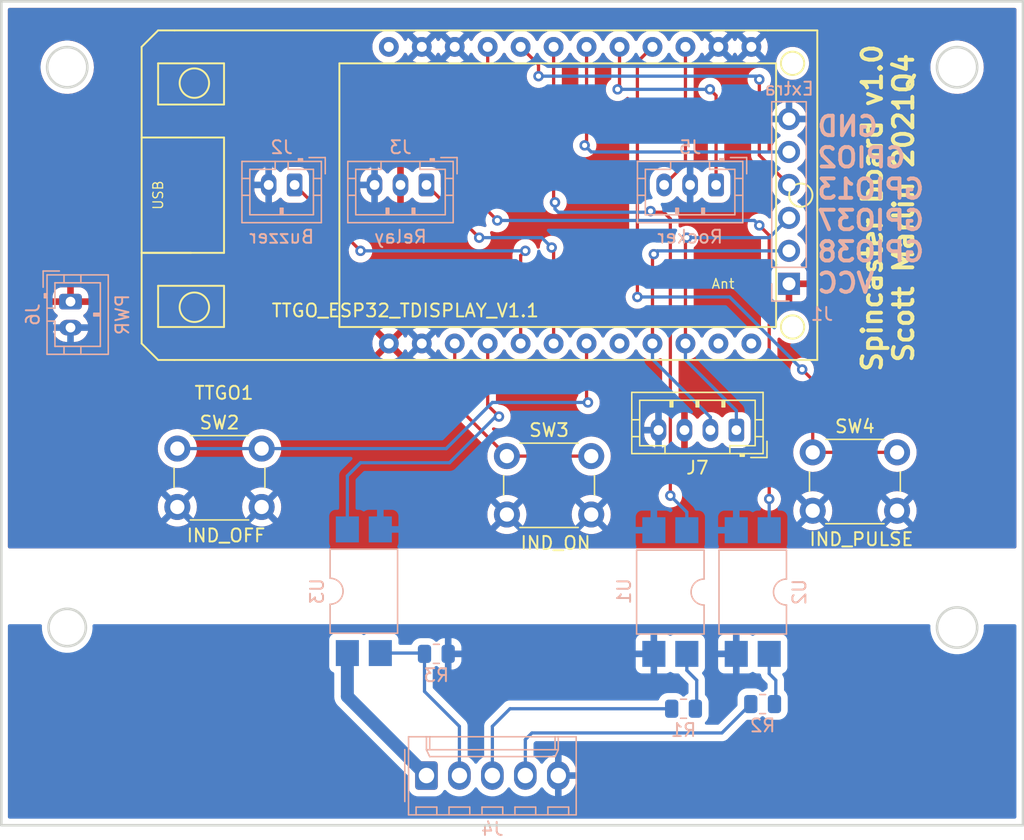
<source format=kicad_pcb>
(kicad_pcb (version 20211014) (generator pcbnew)
  (layers (0 "F.Cu" signal) (31 "B.Cu" signal) (34 "B.Paste" user) (35 "F.Paste" user) (36 "B.SilkS" user "B.Silkscreen") (37 "F.SilkS" user "F.Silkscreen") (38 "B.Mask" user) (39 "F.Mask" user) (44 "Edge.Cuts" user))
  (net 0 "")
  (net 1 "/GPIO38")
  (net 2 "/GPIO37")
  (net 3 "/GPIO13")
  (net 4 "/GPIO2")
  (net 5 "GND")
  (net 6 "/BUZZER")
  (net 7 "/RELAY")
  (net 8 "/SW_LID")
  (net 9 "/SW_SPIN")
  (net 10 "/SW_ARM")
  (net 11 "/SW_NUDGE")
  (net 12 "/IND_OFF")
  (net 13 "/IND_ON")
  (net 14 "/IND_PULSE")
  (net 19 "VDD")
  (net 20 "GNDD")
  (net 21 "+BATT")
  (net 22 "/DRL_FET")
  (net 23 "/DRL_LID")
  (net 24 "/DRL_SPIN")
  (net 25 "Net-(R1-Pad2)")
  (net 26 "Net-(R2-Pad2)")
  (net 27 "/FET_OUT")
  (net 28 "/O2_RX")
  (net 29 "/O2_TX")
  (footprint "TTGO:TTGO_ESP32_TDisplay_v1.1" (layer "F.Cu") (at 114.956 103.842)
    (fp_text reference "TTGO1" (at 3.81 2.54) (layer "F.SilkS"))
    (fp_text value "TTGO_ESP32_TDISPLAY_V1.1" (at 17.78 -3.81) (layer "F.SilkS"))
    (fp_text user "USB" (at -1.27 -12.7 90) (layer "F.SilkS") (effects (font (size 0.75 0.75) (thickness 0.1))))
    (fp_text user "Ant" (at 42.27 -5.87) (layer "F.SilkS") (effects (font (size 0.75 0.75) (thickness 0.1))))
    (fp_line (start 46.355 -22.86) (end 46.355 -2.54) (layer "F.SilkS") (width 0.15))
    (fp_line (start 3.81 -19.685) (end -1.27 -19.685) (layer "F.SilkS") (width 0.15))
    (fp_line (start 49.53 -25.4) (end 45.72 -25.4) (layer "F.SilkS") (width 0.15))
    (fp_line (start -1.27 -5.715) (end 3.81 -5.715) (layer "F.SilkS") (width 0.15))
    (fp_line (start 49.53 0) (end 44.45 0) (layer "F.SilkS") (width 0.15))
    (fp_line (start 44.45 0) (end 0 0) (layer "F.SilkS") (width 0.15))
    (fp_line (start -1.27 -2.54) (end -1.27 -5.715) (layer "F.SilkS") (width 0.15))
    (fp_line (start -1.27 -22.86) (end 3.81 -22.86) (layer "F.SilkS") (width 0.15))
    (fp_line (start -1.27 0) (end -2.54 -1.27) (layer "F.SilkS") (width 0.15))
    (fp_line (start 46.355 -2.54) (end 12.7 -2.54) (layer "F.SilkS") (width 0.15))
    (fp_line (start -1.27 -25.4) (end 0 -25.4) (layer "F.SilkS") (width 0.15))
    (fp_line (start 0 0) (end -1.27 0) (layer "F.SilkS") (width 0.15))
    (fp_line (start 3.81 -8.255) (end -2.54 -8.255) (layer "F.SilkS") (width 0.15))
    (fp_line (start 3.81 -17.145) (end 3.81 -8.255) (layer "F.SilkS") (width 0.15))
    (fp_line (start 12.7 -22.86) (end 46.355 -22.86) (layer "F.SilkS") (width 0.15))
    (fp_line (start 45.72 -25.4) (end 0 -25.4) (layer "F.SilkS") (width 0.15))
    (fp_line (start 12.7 -2.54) (end 12.7 -22.86) (layer "F.SilkS") (width 0.15))
    (fp_line (start 49.53 -25.4) (end 49.53 0) (layer "F.SilkS") (width 0.15))
    (fp_line (start -2.54 -8.255) (end 1.27 -8.255) (layer "F.SilkS") (width 0.15))
    (fp_line (start -2.54 -1.27) (end -2.54 -24.13) (layer "F.SilkS") (width 0.15))
    (fp_line (start -1.27 -19.685) (end -1.27 -22.86) (layer "F.SilkS") (width 0.15))
    (fp_line (start 3.81 -5.715) (end 3.81 -2.54) (layer "F.SilkS") (width 0.15))
    (fp_line (start 1.27 -17.145) (end 3.81 -17.145) (layer "F.SilkS") (width 0.15))
    (fp_line (start 3.81 -22.86) (end 3.81 -19.685) (layer "F.SilkS") (width 0.15))
    (fp_line (start 1.27 -17.145) (end -2.54 -17.145) (layer "F.SilkS") (width 0.15))
    (fp_line (start -2.54 -24.13) (end -1.27 -25.4) (layer "F.SilkS") (width 0.15))
    (fp_line (start 3.81 -2.54) (end -1.27 -2.54) (layer "F.SilkS") (width 0.15))
    (fp_circle (center 47.625 -2.54) (end 48.26 -3.175) (layer "F.SilkS") (width 0.15) (fill none))
    (fp_circle (center 1.524 -21.336) (end 2.54 -21.844) (layer "F.SilkS") (width 0.15) (fill none))
    (fp_circle (center 48.26 -12.7) (end 48.895 -13.335) (layer "F.SilkS") (width 0.15) (fill none))
    (fp_circle (center 1.524 -4.064) (end 2.54 -4.572) (layer "F.SilkS") (width 0.15) (fill none))
    (fp_circle (center 47.625 -22.86) (end 48.26 -23.495) (layer "F.SilkS") (width 0.15) (fill none))
    (pad "" np_thru_hole circle locked (at 47.625 -22.86) (size 1.524 1.524) (drill 1.524) (layers *.Cu *.Mask))
    (pad "" np_thru_hole circle locked (at 47.625 -2.54) (size 1.524 1.524) (drill 1.524) (layers *.Cu *.Mask))
    (pad "1" thru_hole circle locked (at 16.51 -1.27) (size 1.524 1.524) (drill 0.762) (layers *.Cu *.Mask) (net 19 "VDD"))
    (pad "2" thru_hole circle locked (at 19.05 -1.27) (size 1.524 1.524) (drill 0.762) (layers *.Cu *.Mask) (net 20 "GNDD"))
    (pad "3" thru_hole circle locked (at 21.59 -1.27) (size 1.524 1.524) (drill 0.762) (layers *.Cu *.Mask) (net 13 "/IND_ON"))
    (pad "4" thru_hole circle locked (at 24.13 -1.27) (size 1.524 1.524) (drill 0.762) (layers *.Cu *.Mask) (net 27 "/FET_OUT"))
    (pad "5" thru_hole circle locked (at 26.67 -1.27) (size 1.524 1.524) (drill 0.762) (layers *.Cu *.Mask) (net 6 "/BUZZER"))
    (pad "6" thru_hole circle locked (at 29.21 -1.27) (size 1.524 1.524) (drill 0.762) (layers *.Cu *.Mask) (net 7 "/RELAY"))
    (pad "7" thru_hole circle locked (at 31.75 -1.27) (size 1.524 1.524) (drill 0.762) (layers *.Cu *.Mask) (net 12 "/IND_OFF"))
    (pad "8" thru_hole circle locked (at 34.29 -1.27) (size 1.524 1.524) (drill 0.762) (layers *.Cu *.Mask))
    (pad "9" thru_hole circle locked (at 36.83 -1.27) (size 1.524 1.524) (drill 0.762) (layers *.Cu *.Mask) (net 29 "/O2_TX"))
    (pad "10" thru_hole circle locked (at 39.37 -1.27) (size 1.524 1.524) (drill 0.762) (layers *.Cu *.Mask) (net 28 "/O2_RX"))
    (pad "11" thru_hole circle locked (at 41.91 -1.27) (size 1.524 1.524) (drill 0.762) (layers *.Cu *.Mask))
    (pad "12" thru_hole circle locked (at 44.45 -1.27) (size 1.524 1.524) (drill 0.762) (layers *.Cu *.Mask))
    (pad "13" thru_hole circle locked (at 44.45 -24.13) (size 1.524 1.524) (drill 0.762) (layers *.Cu *.Mask) (net 20 "GNDD"))
    (pad "14" thru_hole circle locked (at 41.91 -24.13) (size 1.524 1.524) (drill 0.762) (layers *.Cu *.Mask) (net 20 "GNDD"))
    (pad "15" thru_hole circle locked (at 39.37 -24.13) (size 1.524 1.524) (drill 0.762) (layers *.Cu *.Mask) (net 11 "/SW_NUDGE"))
    (pad "16" thru_hole circle locked (at 36.83 -24.13) (size 1.524 1.524) (drill 0.762) (layers *.Cu *.Mask) (net 14 "/IND_PULSE"))
    (pad "17" thru_hole circle locked (at 34.29 -24.13) (size 1.524 1.524) (drill 0.762) (layers *.Cu *.Mask) (net 10 "/SW_ARM"))
    (pad "18" thru_hole circle locked (at 31.75 -24.13) (size 1.524 1.524) (drill 0.762) (layers *.Cu *.Mask) (net 4 "/GPIO2"))
    (pad "19" thru_hole circle locked (at 29.21 -24.13) (size 1.524 1.524) (drill 0.762) (layers *.Cu *.Mask) (net 8 "/SW_LID"))
    (pad "20" thru_hole circle locked (at 26.67 -24.13) (size 1.524 1.524) (drill 0.762) (layers *.Cu *.Mask) (net 3 "/GPIO13"))
    (pad "21" thru_hole circle locked (at 24.13 -24.13) (size 1.524 1.524) (drill 0.762) (layers *.Cu *.Mask) (net 9 "/SW_SPIN"))
    (pad "22" thru_hole circle locked (at 21.59 -24.13) (size 1.524 1.524) (drill 0.762) (layers *.Cu *.Mask) (net 20 "GNDD"))
    (pad "23" thru_hole circle locked (at 19.05 -24.13) (size 1.524 1.524) (drill 0.762) (layers *.Cu *.Mask) (net 20 "GNDD"))
    (pad "24" thru_hole circle locked (at 16.51 -24.13) (size 1.524 1.524) (drill 0.762) (layers *.Cu *.Mask))
  )
  (footprint "Connector_JST:JST_PH_B4B-PH-K_1x04_P2.00mm_Vertical" (layer "F.Cu") (at 158.25 109.25 180)
    (fp_text reference "J7" (at 3 -2.9) (layer "F.SilkS"))
    (fp_text value "Conn_01x04_Female")
    (fp_line (start 8.06 -1.81) (end -2.06 -1.81) (layer "F.SilkS") (width 0.12))
    (fp_line (start 0.5 -1.2) (end -1.45 -1.2) (layer "F.SilkS") (width 0.12))
    (fp_line (start 1.1 1.8) (end 1.1 2.3) (layer "F.SilkS") (width 0.12))
    (fp_line (start 8.06 0.8) (end 7.45 0.8) (layer "F.SilkS") (width 0.12))
    (fp_line (start 3.1 1.8) (end 3.1 2.3) (layer "F.SilkS") (width 0.12))
    (fp_line (start 4.9 1.8) (end 5.1 1.8) (layer "F.SilkS") (width 0.12))
    (fp_line (start 8.06 2.91) (end 8.06 -1.81) (layer "F.SilkS") (width 0.12))
    (fp_line (start -0.3 -2.01) (end -0.6 -2.01) (layer "F.SilkS") (width 0.12))
    (fp_line (start 7.45 -1.2) (end 5.5 -1.2) (layer "F.SilkS") (width 0.12))
    (fp_line (start -2.06 2.91) (end 8.06 2.91) (layer "F.SilkS") (width 0.12))
    (fp_line (start -2.36 -2.11) (end -2.36 -0.86) (layer "F.SilkS") (width 0.12))
    (fp_line (start 5 2.3) (end 5 1.8) (layer "F.SilkS") (width 0.12))
    (fp_line (start 1 2.3) (end 1 1.8) (layer "F.SilkS") (width 0.12))
    (fp_line (start -2.06 -1.81) (end -2.06 2.91) (layer "F.SilkS") (width 0.12))
    (fp_line (start 0.5 -1.81) (end 0.5 -1.2) (layer "F.SilkS") (width 0.12))
    (fp_line (start -2.06 0.8) (end -1.45 0.8) (layer "F.SilkS") (width 0.12))
    (fp_line (start 8.06 -0.5) (end 7.45 -0.5) (layer "F.SilkS") (width 0.12))
    (fp_line (start 2.9 1.8) (end 3.1 1.8) (layer "F.SilkS") (width 0.12))
    (fp_line (start -0.3 -1.91) (end -0.6 -1.91) (layer "F.SilkS") (width 0.12))
    (fp_line (start 4.9 2.3) (end 4.9 1.8) (layer "F.SilkS") (width 0.12))
    (fp_line (start 0.9 1.8) (end 1.1 1.8) (layer "F.SilkS") (width 0.12))
    (fp_line (start 0.9 2.3) (end 0.9 1.8) (layer "F.SilkS") (width 0.12))
    (fp_line (start 3 2.3) (end 3 1.8) (layer "F.SilkS") (width 0.12))
    (fp_line (start -0.3 -1.81) (end -0.3 -2.01) (layer "F.SilkS") (width 0.12))
    (fp_line (start 2.9 2.3) (end 2.9 1.8) (layer "F.SilkS") (width 0.12))
    (fp_line (start -2.06 -0.5) (end -1.45 -0.5) (layer "F.SilkS") (width 0.12))
    (fp_line (start -0.6 -2.01) (end -0.6 -1.81) (layer "F.SilkS") (width 0.12))
    (fp_line (start 7.45 2.3) (end 7.45 -1.2) (layer "F.SilkS") (width 0.12))
    (fp_line (start -1.45 -1.2) (end -1.45 2.3) (layer "F.SilkS") (width 0.12))
    (fp_line (start 5.1 1.8) (end 5.1 2.3) (layer "F.SilkS") (width 0.12))
    (fp_line (start -1.11 -2.11) (end -2.36 -2.11) (layer "F.SilkS") (width 0.12))
    (fp_line (start -1.45 2.3) (end 7.45 2.3) (layer "F.SilkS") (width 0.12))
    (fp_line (start 5.5 -1.2) (end 5.5 -1.81) (layer "F.SilkS") (width 0.12))
    (pad "1" thru_hole roundrect (at 0 0 180) (size 1.2 1.75) (drill 0.75) (layers *.Cu *.Mask) (roundrect_rratio 0.208333) (net 28 "/O2_RX"))
    (pad "2" thru_hole oval (at 2 0 180) (size 1.2 1.75) (drill 0.75) (layers *.Cu *.Mask) (net 29 "/O2_TX"))
    (pad "3" thru_hole oval (at 4 0 180) (size 1.2 1.75) (drill 0.75) (layers *.Cu *.Mask) (net 19 "VDD"))
    (pad "4" thru_hole oval (at 6 0 180) (size 1.2 1.75) (drill 0.75) (layers *.Cu *.Mask) (net 20 "GNDD"))
  )
  (footprint "Button_Switch_THT:SW_PUSH_6mm_H5mm" (layer "F.Cu") (at 115.166 110.672)
    (fp_text reference "SW2" (at 3.25 -2) (layer "F.SilkS"))
    (fp_text value "IND_OFF" (at 3.75 6.7) (layer "F.SilkS"))
    (fp_line (start 5.5 -1) (end 1 -1) (layer "F.SilkS") (width 0.12))
    (fp_line (start 6.75 3) (end 6.75 1.5) (layer "F.SilkS") (width 0.12))
    (fp_line (start -0.25 1.5) (end -0.25 3) (layer "F.SilkS") (width 0.12))
    (fp_line (start 1 5.5) (end 5.5 5.5) (layer "F.SilkS") (width 0.12))
    (pad "1" thru_hole circle locked (at 6.5 0 90) (size 2 2) (drill 1.1) (layers *.Cu *.Mask) (net 12 "/IND_OFF"))
    (pad "1" thru_hole circle locked (at 0 0 90) (size 2 2) (drill 1.1) (layers *.Cu *.Mask) (net 12 "/IND_OFF"))
    (pad "2" thru_hole circle locked (at 6.5 4.5 90) (size 2 2) (drill 1.1) (layers *.Cu *.Mask) (net 20 "GNDD"))
    (pad "2" thru_hole circle locked (at 0 4.5 90) (size 2 2) (drill 1.1) (layers *.Cu *.Mask) (net 20 "GNDD"))
  )
  (footprint "Button_Switch_THT:SW_PUSH_6mm_H5mm" (layer "F.Cu") (at 140.566 111.252)
    (fp_text reference "SW3" (at 3.25 -2) (layer "F.SilkS"))
    (fp_text value "IND_ON" (at 3.75 6.7) (layer "F.SilkS"))
    (fp_line (start 1 5.5) (end 5.5 5.5) (layer "F.SilkS") (width 0.12))
    (fp_line (start 5.5 -1) (end 1 -1) (layer "F.SilkS") (width 0.12))
    (fp_line (start -0.25 1.5) (end -0.25 3) (layer "F.SilkS") (width 0.12))
    (fp_line (start 6.75 3) (end 6.75 1.5) (layer "F.SilkS") (width 0.12))
    (pad "1" thru_hole circle locked (at 6.5 0 90) (size 2 2) (drill 1.1) (layers *.Cu *.Mask) (net 13 "/IND_ON"))
    (pad "1" thru_hole circle locked (at 0 0 90) (size 2 2) (drill 1.1) (layers *.Cu *.Mask) (net 13 "/IND_ON"))
    (pad "2" thru_hole circle locked (at 6.5 4.5 90) (size 2 2) (drill 1.1) (layers *.Cu *.Mask) (net 20 "GNDD"))
    (pad "2" thru_hole circle locked (at 0 4.5 90) (size 2 2) (drill 1.1) (layers *.Cu *.Mask) (net 20 "GNDD"))
  )
  (footprint "Button_Switch_THT:SW_PUSH_6mm_H5mm" (layer "F.Cu") (at 164.136 110.962)
    (fp_text reference "SW4" (at 3.25 -2) (layer "F.SilkS"))
    (fp_text value "IND_PULSE" (at 3.75 6.7) (layer "F.SilkS"))
    (fp_line (start -0.25 1.5) (end -0.25 3) (layer "F.SilkS") (width 0.12))
    (fp_line (start 5.5 -1) (end 1 -1) (layer "F.SilkS") (width 0.12))
    (fp_line (start 6.75 3) (end 6.75 1.5) (layer "F.SilkS") (width 0.12))
    (fp_line (start 1 5.5) (end 5.5 5.5) (layer "F.SilkS") (width 0.12))
    (pad "1" thru_hole circle locked (at 0 0 90) (size 2 2) (drill 1.1) (layers *.Cu *.Mask) (net 14 "/IND_PULSE"))
    (pad "1" thru_hole circle locked (at 6.5 0 90) (size 2 2) (drill 1.1) (layers *.Cu *.Mask) (net 14 "/IND_PULSE"))
    (pad "2" thru_hole circle locked (at 6.5 4.5 90) (size 2 2) (drill 1.1) (layers *.Cu *.Mask) (net 20 "GNDD"))
    (pad "2" thru_hole circle locked (at 0 4.5 90) (size 2 2) (drill 1.1) (layers *.Cu *.Mask) (net 20 "GNDD"))
  )
  (footprint "Connector_Molex:Molex_KK-254_AE-6410-05A_1x05_P2.54mm_Vertical" (layer "B.Cu") (at 134.366 135.87)
    (fp_text reference "J4" (at 5.08 4.12) (layer "B.SilkS") (effects (justify mirror)))
    (fp_text value "Conn_01x05_Female")
    (fp_line (start 0 -2.99) (end 0 -1.99) (layer "B.SilkS") (width 0.12))
    (fp_line (start 9.36 3.03) (end 9.36 2.43) (layer "B.SilkS") (width 0.12))
    (fp_line (start 10.16 -1.99) (end 10.16 -2.99) (layer "B.SilkS") (width 0.12))
    (fp_line (start 9.91 -1.46) (end 10.16 -1.99) (layer "B.SilkS") (width 0.12))
    (fp_line (start 0 -1.99) (end 10.16 -1.99) (layer "B.SilkS") (width 0.12))
    (fp_line (start 0 -1.99) (end 0.25 -1.46) (layer "B.SilkS") (width 0.12))
    (fp_line (start -1.38 3.03) (end -1.38 -2.99) (layer "B.SilkS") (width 0.12))
    (fp_line (start 9.36 2.43) (end 10.96 2.43) (layer "B.SilkS") (width 0.12))
    (fp_line (start 8.42 2.43) (end 8.42 3.03) (layer "B.SilkS") (width 0.12))
    (fp_line (start 0.8 2.43) (end 0.8 3.03) (layer "B.SilkS") (width 0.12))
    (fp_line (start 4.28 3.03) (end 4.28 2.43) (layer "B.SilkS") (width 0.12))
    (fp_line (start 5.88 2.43) (end 5.88 3.03) (layer "B.SilkS") (width 0.12))
    (fp_line (start 6.82 2.43) (end 8.42 2.43) (layer "B.SilkS") (width 0.12))
    (fp_line (start 9.91 -2.99) (end 9.91 -1.99) (layer "B.SilkS") (width 0.12))
    (fp_line (start 3.34 2.43) (end 3.34 3.03) (layer "B.SilkS") (width 0.12))
    (fp_line (start 1.74 2.43) (end 3.34 2.43) (layer "B.SilkS") (width 0.12))
    (fp_line (start 11.54 3.03) (end -1.38 3.03) (layer "B.SilkS") (width 0.12))
    (fp_line (start 0.25 -1.46) (end 9.91 -1.46) (layer "B.SilkS") (width 0.12))
    (fp_line (start 1.74 3.03) (end 1.74 2.43) (layer "B.SilkS") (width 0.12))
    (fp_line (start -0.8 2.43) (end 0.8 2.43) (layer "B.SilkS") (width 0.12))
    (fp_line (start 11.54 -2.99) (end 11.54 3.03) (layer "B.SilkS") (width 0.12))
    (fp_line (start -1.67 2) (end -1.67 -2) (layer "B.SilkS") (width 0.12))
    (fp_line (start 4.28 2.43) (end 5.88 2.43) (layer "B.SilkS") (width 0.12))
    (fp_line (start 6.82 3.03) (end 6.82 2.43) (layer "B.SilkS") (width 0.12))
    (fp_line (start -0.8 3.03) (end -0.8 2.43) (layer "B.SilkS") (width 0.12))
    (fp_line (start -1.38 -2.99) (end 11.54 -2.99) (layer "B.SilkS") (width 0.12))
    (fp_line (start 10.96 2.43) (end 10.96 3.03) (layer "B.SilkS") (width 0.12))
    (fp_line (start 0.25 -2.99) (end 0.25 -1.99) (layer "B.SilkS") (width 0.12))
    (pad "1" thru_hole roundrect locked (at 0 0) (size 1.74 2.19) (drill 1.19) (layers *.Cu *.Mask) (roundrect_rratio 0.143678) (net 21 "+BATT"))
    (pad "2" thru_hole oval locked (at 2.54 0) (size 1.74 2.19) (drill 1.19) (layers *.Cu *.Mask) (net 22 "/DRL_FET"))
    (pad "3" thru_hole oval locked (at 5.08 0) (size 1.74 2.19) (drill 1.19) (layers *.Cu *.Mask) (net 23 "/DRL_LID"))
    (pad "4" thru_hole oval locked (at 7.62 0) (size 1.74 2.19) (drill 1.19) (layers *.Cu *.Mask) (net 24 "/DRL_SPIN"))
    (pad "5" thru_hole oval locked (at 10.16 0) (size 1.74 2.19) (drill 1.19) (layers *.Cu *.Mask) (net 5 "GND"))
  )
  (footprint "Connector_JST:JST_PH_B3B-PH-K_1x03_P2.00mm_Vertical" (layer "B.Cu") (at 134.366 90.352 180)
    (fp_text reference "J3" (at 2 2.9) (layer "B.SilkS") (effects (justify mirror)))
    (fp_text value "Relay" (at 2 -4) (layer "B.SilkS") (effects (justify mirror)))
    (fp_line (start -1.11 2.11) (end -2.36 2.11) (layer "B.SilkS") (width 0.12))
    (fp_line (start -2.36 2.11) (end -2.36 0.86) (layer "B.SilkS") (width 0.12))
    (fp_line (start 1 -2.3) (end 1 -1.8) (layer "B.SilkS") (width 0.12))
    (fp_line (start 0.5 1.81) (end 0.5 1.2) (layer "B.SilkS") (width 0.12))
    (fp_line (start 5.45 -2.3) (end 5.45 1.2) (layer "B.SilkS") (width 0.12))
    (fp_line (start 3.1 -1.8) (end 3.1 -2.3) (layer "B.SilkS") (width 0.12))
    (fp_line (start 2.9 -2.3) (end 2.9 -1.8) (layer "B.SilkS") (width 0.12))
    (fp_line (start -0.3 1.81) (end -0.3 2.01) (layer "B.SilkS") (width 0.12))
    (fp_line (start 6.06 -2.91) (end 6.06 1.81) (layer "B.SilkS") (width 0.12))
    (fp_line (start -2.06 -2.91) (end 6.06 -2.91) (layer "B.SilkS") (width 0.12))
    (fp_line (start 2.9 -1.8) (end 3.1 -1.8) (layer "B.SilkS") (width 0.12))
    (fp_line (start -0.3 2.01) (end -0.6 2.01) (layer "B.SilkS") (width 0.12))
    (fp_line (start -2.06 -0.8) (end -1.45 -0.8) (layer "B.SilkS") (width 0.12))
    (fp_line (start 3 -2.3) (end 3 -1.8) (layer "B.SilkS") (width 0.12))
    (fp_line (start 6.06 1.81) (end -2.06 1.81) (layer "B.SilkS") (width 0.12))
    (fp_line (start 3.5 1.2) (end 3.5 1.81) (layer "B.SilkS") (width 0.12))
    (fp_line (start 0.9 -2.3) (end 0.9 -1.8) (layer "B.SilkS") (width 0.12))
    (fp_line (start 0.9 -1.8) (end 1.1 -1.8) (layer "B.SilkS") (width 0.12))
    (fp_line (start 6.06 0.5) (end 5.45 0.5) (layer "B.SilkS") (width 0.12))
    (fp_line (start 0.5 1.2) (end -1.45 1.2) (layer "B.SilkS") (width 0.12))
    (fp_line (start 1.1 -1.8) (end 1.1 -2.3) (layer "B.SilkS") (width 0.12))
    (fp_line (start -1.45 1.2) (end -1.45 -2.3) (layer "B.SilkS") (width 0.12))
    (fp_line (start -2.06 0.5) (end -1.45 0.5) (layer "B.SilkS") (width 0.12))
    (fp_line (start -0.6 2.01) (end -0.6 1.81) (layer "B.SilkS") (width 0.12))
    (fp_line (start -1.45 -2.3) (end 5.45 -2.3) (layer "B.SilkS") (width 0.12))
    (fp_line (start -0.3 1.91) (end -0.6 1.91) (layer "B.SilkS") (width 0.12))
    (fp_line (start -2.06 1.81) (end -2.06 -2.91) (layer "B.SilkS") (width 0.12))
    (fp_line (start 5.45 1.2) (end 3.5 1.2) (layer "B.SilkS") (width 0.12))
    (fp_line (start 6.06 -0.8) (end 5.45 -0.8) (layer "B.SilkS") (width 0.12))
    (pad "1" thru_hole roundrect locked (at 0 0 180) (size 1.2 1.75) (drill 0.75) (layers *.Cu *.Mask) (roundrect_rratio 0.2083333333) (net 7 "/RELAY"))
    (pad "2" thru_hole oval locked (at 2 0 180) (size 1.2 1.75) (drill 0.75) (layers *.Cu *.Mask) (net 19 "VDD"))
    (pad "3" thru_hole oval locked (at 4 0 180) (size 1.2 1.75) (drill 0.75) (layers *.Cu *.Mask) (net 20 "GNDD"))
  )
  (footprint "Connector_JST:JST_PH_B3B-PH-K_1x03_P2.00mm_Vertical" (layer "B.Cu") (at 156.686 90.352 180)
    (fp_text reference "J5" (at 2 2.9) (layer "B.SilkS") (effects (justify mirror)))
    (fp_text value "Rocker" (at 2 -4) (layer "B.SilkS") (effects (justify mirror)))
    (fp_line (start 6.06 0.5) (end 5.45 0.5) (layer "B.SilkS") (width 0.12))
    (fp_line (start 1 -2.3) (end 1 -1.8) (layer "B.SilkS") (width 0.12))
    (fp_line (start -2.36 2.11) (end -2.36 0.86) (layer "B.SilkS") (width 0.12))
    (fp_line (start 6.06 -2.91) (end 6.06 1.81) (layer "B.SilkS") (width 0.12))
    (fp_line (start 5.45 1.2) (end 3.5 1.2) (layer "B.SilkS") (width 0.12))
    (fp_line (start 6.06 1.81) (end -2.06 1.81) (layer "B.SilkS") (width 0.12))
    (fp_line (start 2.9 -1.8) (end 3.1 -1.8) (layer "B.SilkS") (width 0.12))
    (fp_line (start 0.5 1.81) (end 0.5 1.2) (layer "B.SilkS") (width 0.12))
    (fp_line (start -2.06 0.5) (end -1.45 0.5) (layer "B.SilkS") (width 0.12))
    (fp_line (start -0.6 2.01) (end -0.6 1.81) (layer "B.SilkS") (width 0.12))
    (fp_line (start -2.06 -2.91) (end 6.06 -2.91) (layer "B.SilkS") (width 0.12))
    (fp_line (start -2.06 -0.8) (end -1.45 -0.8) (layer "B.SilkS") (width 0.12))
    (fp_line (start -0.3 1.91) (end -0.6 1.91) (layer "B.SilkS") (width 0.12))
    (fp_line (start 5.45 -2.3) (end 5.45 1.2) (layer "B.SilkS") (width 0.12))
    (fp_line (start -0.3 1.81) (end -0.3 2.01) (layer "B.SilkS") (width 0.12))
    (fp_line (start -2.06 1.81) (end -2.06 -2.91) (layer "B.SilkS") (width 0.12))
    (fp_line (start 3.5 1.2) (end 3.5 1.81) (layer "B.SilkS") (width 0.12))
    (fp_line (start -1.11 2.11) (end -2.36 2.11) (layer "B.SilkS") (width 0.12))
    (fp_line (start 0.9 -2.3) (end 0.9 -1.8) (layer "B.SilkS") (width 0.12))
    (fp_line (start -1.45 1.2) (end -1.45 -2.3) (layer "B.SilkS") (width 0.12))
    (fp_line (start 3.1 -1.8) (end 3.1 -2.3) (layer "B.SilkS") (width 0.12))
    (fp_line (start -0.3 2.01) (end -0.6 2.01) (layer "B.SilkS") (width 0.12))
    (fp_line (start 0.9 -1.8) (end 1.1 -1.8) (layer "B.SilkS") (width 0.12))
    (fp_line (start 1.1 -1.8) (end 1.1 -2.3) (layer "B.SilkS") (width 0.12))
    (fp_line (start 2.9 -2.3) (end 2.9 -1.8) (layer "B.SilkS") (width 0.12))
    (fp_line (start 0.5 1.2) (end -1.45 1.2) (layer "B.SilkS") (width 0.12))
    (fp_line (start 6.06 -0.8) (end 5.45 -0.8) (layer "B.SilkS") (width 0.12))
    (fp_line (start 3 -2.3) (end 3 -1.8) (layer "B.SilkS") (width 0.12))
    (fp_line (start -1.45 -2.3) (end 5.45 -2.3) (layer "B.SilkS") (width 0.12))
    (pad "1" thru_hole roundrect locked (at 0 0 180) (size 1.2 1.75) (drill 0.75) (layers *.Cu *.Mask) (roundrect_rratio 0.2083333333) (net 10 "/SW_ARM"))
    (pad "2" thru_hole oval locked (at 2 0 180) (size 1.2 1.75) (drill 0.75) (layers *.Cu *.Mask) (net 20 "GNDD"))
    (pad "3" thru_hole oval locked (at 4 0 180) (size 1.2 1.75) (drill 0.75) (layers *.Cu *.Mask) (net 11 "/SW_NUDGE"))
  )
  (footprint "Resistor_SMD:R_0805_2012Metric" (layer "B.Cu") (at 160.274 130.363)
    (fp_text reference "R2" (at 0 1.65) (layer "B.SilkS") (effects (justify mirror)))
    (fp_text value "R_US")
    (fp_line (start -0.227064 0.735) (end 0.227064 0.735) (layer "B.SilkS") (width 0.12))
    (fp_line (start -0.227064 -0.735) (end 0.227064 -0.735) (layer "B.SilkS") (width 0.12))
    (pad "1" smd roundrect locked (at -0.9125 0) (size 1.025 1.4) (layers "B.Cu" "B.Paste" "B.Mask") (roundrect_rratio 0.243902) (net 24 "/DRL_SPIN"))
    (pad "2" smd roundrect locked (at 0.9125 0) (size 1.025 1.4) (layers "B.Cu" "B.Paste" "B.Mask") (roundrect_rratio 0.243902) (net 26 "Net-(R2-Pad2)"))
  )
  (footprint "Connector_JST:JST_PH_B2B-PH-K_1x02_P2.00mm_Vertical" (layer "B.Cu") (at 106.934 99.346 -90)
    (fp_text reference "J6" (at 1 2.9 -270) (layer "B.SilkS") (effects (justify mirror)))
    (fp_text value "PWR" (at 1 -4 -270) (layer "B.SilkS") (effects (justify mirror)))
    (fp_line (start 3.45 -2.3) (end 3.45 1.2) (layer "B.SilkS") (width 0.12))
    (fp_line (start 1.1 -1.8) (end 1.1 -2.3) (layer "B.SilkS") (width 0.12))
    (fp_line (start -2.06 -0.8) (end -1.45 -0.8) (layer "B.SilkS") (width 0.12))
    (fp_line (start 4.06 1.81) (end -2.06 1.81) (layer "B.SilkS") (width 0.12))
    (fp_line (start 4.06 -2.91) (end 4.06 1.81) (layer "B.SilkS") (width 0.12))
    (fp_line (start -2.06 0.5) (end -1.45 0.5) (layer "B.SilkS") (width 0.12))
    (fp_line (start 0.5 1.81) (end 0.5 1.2) (layer "B.SilkS") (width 0.12))
    (fp_line (start -1.45 -2.3) (end 3.45 -2.3) (layer "B.SilkS") (width 0.12))
    (fp_line (start 0.9 -1.8) (end 1.1 -1.8) (layer "B.SilkS") (width 0.12))
    (fp_line (start 1.5 1.2) (end 1.5 1.81) (layer "B.SilkS") (width 0.12))
    (fp_line (start -2.06 1.81) (end -2.06 -2.91) (layer "B.SilkS") (width 0.12))
    (fp_line (start 0.5 1.2) (end -1.45 1.2) (layer "B.SilkS") (width 0.12))
    (fp_line (start -1.11 2.11) (end -2.36 2.11) (layer "B.SilkS") (width 0.12))
    (fp_line (start -2.36 2.11) (end -2.36 0.86) (layer "B.SilkS") (width 0.12))
    (fp_line (start 4.06 0.5) (end 3.45 0.5) (layer "B.SilkS") (width 0.12))
    (fp_line (start -1.45 1.2) (end -1.45 -2.3) (layer "B.SilkS") (width 0.12))
    (fp_line (start -0.3 1.91) (end -0.6 1.91) (layer "B.SilkS") (width 0.12))
    (fp_line (start -2.06 -2.91) (end 4.06 -2.91) (layer "B.SilkS") (width 0.12))
    (fp_line (start 0.9 -2.3) (end 0.9 -1.8) (layer "B.SilkS") (width 0.12))
    (fp_line (start 4.06 -0.8) (end 3.45 -0.8) (layer "B.SilkS") (width 0.12))
    (fp_line (start 1 -2.3) (end 1 -1.8) (layer "B.SilkS") (width 0.12))
    (fp_line (start -0.3 1.81) (end -0.3 2.01) (layer "B.SilkS") (width 0.12))
    (fp_line (start -0.3 2.01) (end -0.6 2.01) (layer "B.SilkS") (width 0.12))
    (fp_line (start 3.45 1.2) (end 1.5 1.2) (layer "B.SilkS") (width 0.12))
    (fp_line (start -0.6 2.01) (end -0.6 1.81) (layer "B.SilkS") (width 0.12))
    (pad "1" thru_hole roundrect locked (at 0 0 270) (size 1.2 1.75) (drill 0.75) (layers *.Cu *.Mask) (roundrect_rratio 0.2083333333) (net 19 "VDD"))
    (pad "2" thru_hole oval locked (at 2 0 270) (size 1.2 1.75) (drill 0.75) (layers *.Cu *.Mask) (net 20 "GNDD"))
  )
  (footprint "Package_DIP:SMDIP-4_W9.53mm" (layer "B.Cu") (at 153.162 121.727 90)
    (fp_text reference "U1" (at 0.061 -3.556 90) (layer "B.SilkS") (effects (justify mirror)))
    (fp_text value "LTV-817S")
    (fp_line (start -3.235 -2.6) (end 3.235 -2.6) (layer "B.SilkS") (width 0.12))
    (fp_line (start -1 2.6) (end -3.235 2.6) (layer "B.SilkS") (width 0.12))
    (fp_line (start 3.235 2.6) (end 1 2.6) (layer "B.SilkS") (width 0.12))
    (fp_line (start -3.235 2.6) (end -3.235 -2.6) (layer "B.SilkS") (width 0.12))
    (fp_line (start 3.235 -2.6) (end 3.235 2.6) (layer "B.SilkS") (width 0.12))
    (fp_arc (start -1 2.6) (mid 0 1.6) (end 1 2.6) (layer "B.SilkS") (width 0.12))
    (pad "1" smd rect locked (at -4.765 1.27 90) (size 2 1.78) (layers "B.Cu" "B.Paste" "B.Mask") (net 25 "Net-(R1-Pad2)"))
    (pad "2" smd rect locked (at -4.765 -1.27 90) (size 2 1.78) (layers "B.Cu" "B.Paste" "B.Mask") (net 5 "GND"))
    (pad "3" smd rect locked (at 4.765 -1.27 90) (size 2 1.78) (layers "B.Cu" "B.Paste" "B.Mask") (net 20 "GNDD"))
    (pad "4" smd rect locked (at 4.765 1.27 90) (size 2 1.78) (layers "B.Cu" "B.Paste" "B.Mask") (net 8 "/SW_LID"))
  )
  (footprint "Resistor_SMD:R_0805_2012Metric" (layer "B.Cu") (at 154.178 130.7205)
    (fp_text reference "R1" (at 0 1.65) (layer "B.SilkS") (effects (justify mirror)))
    (fp_text value "R_US")
    (fp_line (start -0.227064 -0.735) (end 0.227064 -0.735) (layer "B.SilkS") (width 0.12))
    (fp_line (start -0.227064 0.735) (end 0.227064 0.735) (layer "B.SilkS") (width 0.12))
    (pad "1" smd roundrect locked (at -0.9125 0) (size 1.025 1.4) (layers "B.Cu" "B.Paste" "B.Mask") (roundrect_rratio 0.243902) (net 23 "/DRL_LID"))
    (pad "2" smd roundrect locked (at 0.9125 0) (size 1.025 1.4) (layers "B.Cu" "B.Paste" "B.Mask") (roundrect_rratio 0.243902) (net 25 "Net-(R1-Pad2)"))
  )
  (footprint "Package_DIP:SMDIP-4_W9.53mm" (layer "B.Cu") (at 129.54 121.666 -90)
    (fp_text reference "U3" (at 0 3.6 90) (layer "B.SilkS") (effects (justify mirror)))
    (fp_text value "LTV-817S")
    (fp_line (start -1 2.6) (end -3.235 2.6) (layer "B.SilkS") (width 0.12))
    (fp_line (start -3.235 2.6) (end -3.235 -2.6) (layer "B.SilkS") (width 0.12))
    (fp_line (start -3.235 -2.6) (end 3.235 -2.6) (layer "B.SilkS") (width 0.12))
    (fp_line (start 3.235 2.6) (end 1 2.6) (layer "B.SilkS") (width 0.12))
    (fp_line (start 3.235 -2.6) (end 3.235 2.6) (layer "B.SilkS") (width 0.12))
    (fp_arc (start -1 2.6) (mid 0 1.6) (end 1 2.6) (layer "B.SilkS") (width 0.12))
    (pad "1" smd rect locked (at -4.765 1.27 270) (size 2 1.78) (layers "B.Cu" "B.Paste" "B.Mask") (net 27 "/FET_OUT"))
    (pad "2" smd rect locked (at -4.765 -1.27 270) (size 2 1.78) (layers "B.Cu" "B.Paste" "B.Mask") (net 20 "GNDD"))
    (pad "3" smd rect locked (at 4.765 -1.27 270) (size 2 1.78) (layers "B.Cu" "B.Paste" "B.Mask") (net 22 "/DRL_FET"))
    (pad "4" smd rect locked (at 4.765 1.27 270) (size 2 1.78) (layers "B.Cu" "B.Paste" "B.Mask") (net 21 "+BATT"))
  )
  (footprint "Connector_JST:JST_PH_B2B-PH-K_1x02_P2.00mm_Vertical" (layer "B.Cu") (at 124.206 90.352 180)
    (fp_text reference "J2" (at 1 2.9) (layer "B.SilkS") (effects (justify mirror)))
    (fp_text value "Buzzer" (at 1 -4) (layer "B.SilkS") (effects (justify mirror)))
    (fp_line (start -2.06 -0.8) (end -1.45 -0.8) (layer "B.SilkS") (width 0.12))
    (fp_line (start 3.45 -2.3) (end 3.45 1.2) (layer "B.SilkS") (width 0.12))
    (fp_line (start 0.9 -2.3) (end 0.9 -1.8) (layer "B.SilkS") (width 0.12))
    (fp_line (start -1.11 2.11) (end -2.36 2.11) (layer "B.SilkS") (width 0.12))
    (fp_line (start 1.1 -1.8) (end 1.1 -2.3) (layer "B.SilkS") (width 0.12))
    (fp_line (start -0.6 2.01) (end -0.6 1.81) (layer "B.SilkS") (width 0.12))
    (fp_line (start -2.06 -2.91) (end 4.06 -2.91) (layer "B.SilkS") (width 0.12))
    (fp_line (start -1.45 -2.3) (end 3.45 -2.3) (layer "B.SilkS") (width 0.12))
    (fp_line (start 4.06 -2.91) (end 4.06 1.81) (layer "B.SilkS") (width 0.12))
    (fp_line (start -1.45 1.2) (end -1.45 -2.3) (layer "B.SilkS") (width 0.12))
    (fp_line (start 4.06 -0.8) (end 3.45 -0.8) (layer "B.SilkS") (width 0.12))
    (fp_line (start 0.9 -1.8) (end 1.1 -1.8) (layer "B.SilkS") (width 0.12))
    (fp_line (start 4.06 0.5) (end 3.45 0.5) (layer "B.SilkS") (width 0.12))
    (fp_line (start 1 -2.3) (end 1 -1.8) (layer "B.SilkS") (width 0.12))
    (fp_line (start -2.06 0.5) (end -1.45 0.5) (layer "B.SilkS") (width 0.12))
    (fp_line (start 0.5 1.2) (end -1.45 1.2) (layer "B.SilkS") (width 0.12))
    (fp_line (start -0.3 1.81) (end -0.3 2.01) (layer "B.SilkS") (width 0.12))
    (fp_line (start 4.06 1.81) (end -2.06 1.81) (layer "B.SilkS") (width 0.12))
    (fp_line (start -0.3 1.91) (end -0.6 1.91) (layer "B.SilkS") (width 0.12))
    (fp_line (start 0.5 1.81) (end 0.5 1.2) (layer "B.SilkS") (width 0.12))
    (fp_line (start 1.5 1.2) (end 1.5 1.81) (layer "B.SilkS") (width 0.12))
    (fp_line (start 3.45 1.2) (end 1.5 1.2) (layer "B.SilkS") (width 0.12))
    (fp_line (start -0.3 2.01) (end -0.6 2.01) (layer "B.SilkS") (width 0.12))
    (fp_line (start -2.06 1.81) (end -2.06 -2.91) (layer "B.SilkS") (width 0.12))
    (fp_line (start -2.36 2.11) (end -2.36 0.86) (layer "B.SilkS") (width 0.12))
    (pad "1" thru_hole roundrect locked (at 0 0 180) (size 1.2 1.75) (drill 0.75) (layers *.Cu *.Mask) (roundrect_rratio 0.2083333333) (net 6 "/BUZZER"))
    (pad "2" thru_hole oval locked (at 2 0 180) (size 1.2 1.75) (drill 0.75) (layers *.Cu *.Mask) (net 20 "GNDD"))
  )
  (footprint "Package_DIP:SMDIP-4_W9.53mm" (layer "B.Cu") (at 159.512 121.727 90)
    (fp_text reference "U2" (at 0 3.6 90) (layer "B.SilkS") (effects (justify mirror)))
    (fp_text value "LTV-817S")
    (fp_line (start -1 2.6) (end -3.235 2.6) (layer "B.SilkS") (width 0.12))
    (fp_line (start -3.235 2.6) (end -3.235 -2.6) (layer "B.SilkS") (width 0.12))
    (fp_line (start -3.235 -2.6) (end 3.235 -2.6) (layer "B.SilkS") (width 0.12))
    (fp_line (start 3.235 2.6) (end 1 2.6) (layer "B.SilkS") (width 0.12))
    (fp_line (start 3.235 -2.6) (end 3.235 2.6) (layer "B.SilkS") (width 0.12))
    (fp_arc (start -1 2.6) (mid 0 1.6) (end 1 2.6) (layer "B.SilkS") (width 0.12))
    (pad "1" smd rect locked (at -4.765 1.27 90) (size 2 1.78) (layers "B.Cu" "B.Paste" "B.Mask") (net 26 "Net-(R2-Pad2)"))
    (pad "2" smd rect locked (at -4.765 -1.27 90) (size 2 1.78) (layers "B.Cu" "B.Paste" "B.Mask") (net 5 "GND"))
    (pad "3" smd rect locked (at 4.765 -1.27 90) (size 2 1.78) (layers "B.Cu" "B.Paste" "B.Mask") (net 20 "GNDD"))
    (pad "4" smd rect locked (at 4.765 1.27 90) (size 2 1.78) (layers "B.Cu" "B.Paste" "B.Mask") (net 9 "/SW_SPIN"))
  )
  (footprint "Connector_PinHeader_2.54mm:PinHeader_1x06_P2.54mm_Vertical" (layer "B.Cu") (at 162.306 97.972)
    (fp_text reference "J1" (at 2.54 2.33) (layer "B.SilkS") (effects (justify mirror)))
    (fp_text value "Extra" (at 0 -15.03) (layer "B.SilkS") (effects (justify mirror)))
    (fp_line (start -1.33 -1.27) (end -1.33 -14.03) (layer "B.SilkS") (width 0.12))
    (fp_line (start -1.33 -14.03) (end 1.33 -14.03) (layer "B.SilkS") (width 0.12))
    (fp_line (start -1.33 -1.27) (end 1.33 -1.27) (layer "B.SilkS") (width 0.12))
    (fp_line (start -1.33 1.33) (end 0 1.33) (layer "B.SilkS") (width 0.12))
    (fp_line (start -1.33 0) (end -1.33 1.33) (layer "B.SilkS") (width 0.12))
    (fp_line (start 1.33 -1.27) (end 1.33 -14.03) (layer "B.SilkS") (width 0.12))
    (pad "1" thru_hole rect locked (at 0 0) (size 1.7 1.7) (drill 1) (layers *.Cu *.Mask) (net 19 "VDD"))
    (pad "2" thru_hole oval locked (at 0 -2.54) (size 1.7 1.7) (drill 1) (layers *.Cu *.Mask) (net 1 "/GPIO38"))
    (pad "3" thru_hole oval locked (at 0 -5.08) (size 1.7 1.7) (drill 1) (layers *.Cu *.Mask) (net 2 "/GPIO37"))
    (pad "4" thru_hole oval locked (at 0 -7.62) (size 1.7 1.7) (drill 1) (layers *.Cu *.Mask) (net 3 "/GPIO13"))
    (pad "5" thru_hole oval locked (at 0 -10.16) (size 1.7 1.7) (drill 1) (layers *.Cu *.Mask) (net 4 "/GPIO2"))
    (pad "6" thru_hole oval locked (at 0 -12.7) (size 1.7 1.7) (drill 1) (layers *.Cu *.Mask) (net 20 "GNDD"))
  )
  (footprint "Resistor_SMD:R_0805_2012Metric" (layer "B.Cu") (at 135.128 126.492)
    (fp_text reference "R3" (at 0 1.65) (layer "B.SilkS") (effects (justify mirror)))
    (fp_text value "R_US")
    (fp_line (start -0.227064 0.735) (end 0.227064 0.735) (layer "B.SilkS") (width 0.12))
    (fp_line (start -0.227064 -0.735) (end 0.227064 -0.735) (layer "B.SilkS") (width 0.12))
    (pad "1" smd roundrect locked (at -0.9125 0) (size 1.025 1.4) (layers "B.Cu" "B.Paste" "B.Mask") (roundrect_rratio 0.243902) (net 22 "/DRL_FET"))
    (pad "2" smd roundrect locked (at 0.9125 0) (size 1.025 1.4) (layers "B.Cu" "B.Paste" "B.Mask") (roundrect_rratio 0.243902) (net 5 "GND"))
  )
  (gr_circle (center 175.26 81.28) (end 176.81 81.28) (layer "Edge.Cuts") (width 0.2) (fill none))
  (gr_circle (center 106.68 124.46) (end 108.12 124.46) (layer "Edge.Cuts") (width 0.2) (fill none))
  (gr_rect (start 101.6 76.2) (end 180.34 139.7) (layer "Edge.Cuts") (width 0.2) (fill none))
  (gr_circle (center 106.68 81.28) (end 108.23 81.28) (layer "Edge.Cuts") (width 0.2) (fill none))
  (gr_circle (center 175.26 124.46) (end 176.81 124.46) (layer "Edge.Cuts") (width 0.2) (fill none))
  (gr_text "GND\nGPIO2\nGPIO13\nGPIO37\nGPIO38\nVCC" (at 164.338 91.876) (layer "B.SilkS") (effects (font (size 1.5 1.5) (thickness 0.3)) (justify right mirror)))
  (gr_text "Spincaster board v1.0\nScott Martin 2021Q4" (at 169.926 92.13 90) (layer "F.SilkS") (effects (font (size 1.5 1.5) (thickness 0.3))))
  (segment (start 143.002 81.088) (end 143.002 81.97) (width 0.25) (layer "F.Cu") (net 3))
  (segment (start 160.02 88.066) (end 162.306 90.352) (width 0.25) (layer "F.Cu") (net 3))
  (segment (start 160.02 82.224) (end 160.02 88.066) (width 0.25) (layer "F.Cu") (net 3))
  (segment (start 141.626 79.712) (end 143.002 81.088) (width 0.25) (layer "F.Cu") (net 3))
  (via (at 143.002 81.97) (size 0.8) (drill 0.4) (layers "F.Cu" "B.Cu") (net 3))
  (via (at 160.02 82.224) (size 0.8) (drill 0.4) (layers "F.Cu" "B.Cu") (net 3))
  (segment (start 143.002 81.97) (end 159.766 81.97) (width 0.25) (layer "B.Cu") (net 3))
  (segment (start 159.766 81.97) (end 160.02 82.224) (width 0.25) (layer "B.Cu") (net 3))
  (segment (start 146.706 87.156) (end 146.706 79.712) (width 0.25) (layer "F.Cu") (net 4))
  (segment (start 146.558 87.304) (end 146.706 87.156) (width 0.25) (layer "F.Cu") (net 4))
  (via (at 146.558 87.304) (size 0.8) (drill 0.4) (layers "F.Cu" "B.Cu") (net 4))
  (segment (start 147.066 87.812) (end 146.558 87.304) (width 0.25) (layer "B.Cu") (net 4))
  (segment (start 162.306 87.812) (end 147.066 87.812) (width 0.25) (layer "B.Cu") (net 4))
  (segment (start 141.626 95.792) (end 141.626 102.572) (width 0.25) (layer "F.Cu") (net 6))
  (segment (start 141.986 95.432) (end 141.626 95.792) (width 0.25) (layer "F.Cu") (net 6))
  (segment (start 124.206 90.352) (end 129.286 95.432) (width 0.25) (layer "F.Cu") (net 6))
  (via (at 129.286 95.432) (size 0.8) (drill 0.4) (layers "F.Cu" "B.Cu") (net 6))
  (via (at 141.986 95.432) (size 0.8) (drill 0.4) (layers "F.Cu" "B.Cu") (net 6))
  (segment (start 129.286 95.432) (end 141.986 95.432) (width 0.25) (layer "B.Cu") (net 6))
  (segment (start 134.366 90.352) (end 138.43 94.416) (width 0.25) (layer "F.Cu") (net 7))
  (segment (start 144.018 95.178) (end 144.166 95.326) (width 0.25) (layer "F.Cu") (net 7))
  (segment (start 144.166 95.326) (end 144.166 102.572) (width 0.25) (layer "F.Cu") (net 7))
  (via (at 144.018 95.178) (size 0.8) (drill 0.4) (layers "F.Cu" "B.Cu") (net 7))
  (via (at 138.43 94.416) (size 0.8) (drill 0.4) (layers "F.Cu" "B.Cu") (net 7))
  (segment (start 138.43 94.416) (end 143.256 94.416) (width 0.25) (layer "B.Cu") (net 7))
  (segment (start 143.256 94.416) (end 144.018 95.178) (width 0.25) (layer "B.Cu") (net 7))
  (segment (start 153.162 114.3) (end 153.162 92.964) (width 0.25) (layer "F.Cu") (net 8))
  (segment (start 144.272 91.694) (end 144.166 91.588) (width 0.25) (layer "F.Cu") (net 8))
  (segment (start 151.7275 92.456) (end 151.638 92.3665) (width 0.25) (layer "F.Cu") (net 8))
  (segment (start 153.162 92.964) (end 152.654 92.456) (width 0.25) (layer "F.Cu") (net 8))
  (segment (start 144.166 91.588) (end 144.166 79.712) (width 0.25) (layer "F.Cu") (net 8))
  (segment (start 152.654 92.456) (end 151.7275 92.456) (width 0.25) (layer "F.Cu") (net 8))
  (via (at 151.638 92.3665) (size 0.8) (drill 0.4) (layers "F.Cu" "B.Cu") (net 8))
  (via (at 153.162 114.3) (size 0.8) (drill 0.4) (layers "F.Cu" "B.Cu") (net 8))
  (via (at 144.272 91.694) (size 0.8) (drill 0.4) (layers "F.Cu" "B.Cu") (net 8))
  (segment (start 151.638 92.3665) (end 151.5485 92.456) (width 0.25) (layer "B.Cu") (net 8))
  (segment (start 144.272 92.202) (end 144.272 91.694) (width 0.25) (layer "B.Cu") (net 8))
  (segment (start 144.526 92.456) (end 144.272 92.202) (width 0.25) (layer "B.Cu") (net 8))
  (segment (start 151.5485 92.456) (end 144.526 92.456) (width 0.25) (layer "B.Cu") (net 8))
  (segment (start 154.432 115.57) (end 153.162 114.3) (width 0.25) (layer "B.Cu") (net 8))
  (segment (start 154.432 116.962) (end 154.432 115.57) (width 0.25) (layer "B.Cu") (net 8))
  (segment (start 139.086 92.35) (end 139.827 93.091) (width 0.25) (layer "F.Cu") (net 9))
  (segment (start 160.782 114.046) (end 160.782 114.554) (width 0.25) (layer "F.Cu") (net 9))
  (segment (start 139.086 92.35) (end 139.086 79.712) (width 0.25) (layer "F.Cu") (net 9))
  (segment (start 160.02 93.472) (end 160.782 94.234) (width 0.25) (layer "F.Cu") (net 9))
  (segment (start 160.782 94.234) (end 160.782 114.046) (width 0.25) (layer "F.Cu") (net 9))
  (via (at 160.782 114.554) (size 0.8) (drill 0.4) (layers "F.Cu" "B.Cu") (net 9))
  (via (at 139.827 93.091) (size 0.8) (drill 0.4) (layers "F.Cu" "B.Cu") (net 9))
  (via (at 160.02 93.472) (size 0.8) (drill 0.4) (layers "F.Cu" "B.Cu") (net 9))
  (segment (start 160.782 114.554) (end 160.782 116.962) (width 0.25) (layer "B.Cu") (net 9))
  (segment (start 139.827 93.091) (end 159.639 93.091) (width 0.25) (layer "B.Cu") (net 9))
  (segment (start 159.639 93.091) (end 160.02 93.472) (width 0.25) (layer "B.Cu") (net 9))
  (segment (start 156.686 83.462) (end 156.21 82.986) (width 0.25) (layer "F.Cu") (net 10))
  (segment (start 149.246 82.838) (end 149.246 79.712) (width 0.25) (layer "F.Cu") (net 10))
  (segment (start 149.098 82.986) (end 149.246 82.838) (width 0.25) (layer "F.Cu") (net 10))
  (segment (start 156.686 90.352) (end 156.686 83.462) (width 0.25) (layer "F.Cu") (net 10))
  (via (at 156.21 82.986) (size 0.8) (drill 0.4) (layers "F.Cu" "B.Cu") (net 10))
  (via (at 149.098 82.986) (size 0.8) (drill 0.4) (layers "F.Cu" "B.Cu") (net 10))
  (segment (start 156.21 82.986) (end 149.098 82.986) (width 0.25) (layer "B.Cu") (net 10))
  (segment (start 154.326 79.712) (end 154.326 88.712) (width 0.25) (layer "F.Cu") (net 11))
  (segment (start 154.326 88.712) (end 152.686 90.352) (width 0.25) (layer "F.Cu") (net 11))
  (segment (start 146.706 107.01) (end 146.706 102.572) (width 0.25) (layer "F.Cu") (net 12))
  (segment (start 146.812 107.116) (end 146.706 107.01) (width 0.25) (layer "F.Cu") (net 12))
  (via (at 146.812 107.116) (size 0.8) (drill 0.4) (layers "F.Cu" "B.Cu") (net 12))
  (segment (start 139.446 107.116) (end 146.812 107.116) (width 0.25) (layer "B.Cu") (net 12))
  (segment (start 135.89 110.672) (end 139.446 107.116) (width 0.25) (layer "B.Cu") (net 12))
  (segment (start 121.666 110.672) (end 115.166 110.672) (width 0.25) (layer "B.Cu") (net 12))
  (segment (start 121.666 110.672) (end 135.89 110.672) (width 0.25) (layer "B.Cu") (net 12))
  (segment (start 136.546 102.572) (end 136.546 107.232) (width 0.25) (layer "F.Cu") (net 13))
  (segment (start 147.066 111.252) (end 140.566 111.252) (width 0.25) (layer "F.Cu") (net 13))
  (segment (start 136.546 107.232) (end 140.566 111.252) (width 0.25) (layer "F.Cu") (net 13))
  (segment (start 150.622 80.876) (end 150.622 98.988) (width 0.25) (layer "F.Cu") (net 14))
  (segment (start 164.136 110.962) (end 170.636 110.962) (width 0.25) (layer "F.Cu") (net 14))
  (segment (start 164.136 105.39) (end 164.136 110.962) (width 0.25) (layer "F.Cu") (net 14))
  (segment (start 163.322 104.576) (end 164.136 105.39) (width 0.25) (layer "F.Cu") (net 14))
  (segment (start 151.786 79.712) (end 150.622 80.876) (width 0.25) (layer "F.Cu") (net 14))
  (via (at 150.622 98.988) (size 0.8) (drill 0.4) (layers "F.Cu" "B.Cu") (net 14))
  (via (at 163.322 104.576) (size 0.8) (drill 0.4) (layers "F.Cu" "B.Cu") (net 14))
  (segment (start 150.622 98.988) (end 157.734 98.988) (width 0.25) (layer "B.Cu") (net 14))
  (segment (start 157.734 98.988) (end 163.322 104.576) (width 0.25) (layer "B.Cu") (net 14))
  (segment (start 128.27 126.431) (end 128.27 129.774) (width 1) (layer "B.Cu") (net 21))
  (segment (start 128.27 129.774) (end 134.366 135.87) (width 1) (layer "B.Cu") (net 21))
  (segment (start 130.81 126.431) (end 134.1545 126.431) (width 0.25) (layer "B.Cu") (net 22))
  (segment (start 136.906 132.08) (end 134.2155 129.3895) (width 0.25) (layer "B.Cu") (net 22))
  (segment (start 136.906 135.87) (end 136.906 132.08) (width 0.25) (layer "B.Cu") (net 22))
  (segment (start 134.2155 129.3895) (end 134.2155 126.492) (width 0.25) (layer "B.Cu") (net 22))
  (segment (start 134.1545 126.431) (end 134.2155 126.492) (width 0.25) (layer "B.Cu") (net 22))
  (segment (start 140.8055 130.7205) (end 139.446 132.08) (width 0.25) (layer "B.Cu") (net 23))
  (segment (start 139.446 132.08) (end 139.446 135.87) (width 0.25) (layer "B.Cu") (net 23))
  (segment (start 153.2655 130.7205) (end 140.8055 130.7205) (width 0.25) (layer "B.Cu") (net 23))
  (segment (start 142.494 132.588) (end 141.986 133.096) (width 0.25) (layer "B.Cu") (net 24))
  (segment (start 141.986 133.096) (end 141.986 135.87) (width 0.25) (layer "B.Cu") (net 24))
  (segment (start 157.1365 132.588) (end 142.494 132.588) (width 0.25) (layer "B.Cu") (net 24))
  (segment (start 159.3615 130.363) (end 157.1365 132.588) (width 0.25) (layer "B.Cu") (net 24))
  (segment (start 155.194 128.524) (end 155.194 130.617) (width 0.25) (layer "B.Cu") (net 25))
  (segment (start 154.432 126.492) (end 154.432 127.762) (width 0.25) (layer "B.Cu") (net 25))
  (segment (start 154.432 127.762) (end 155.194 128.524) (width 0.25) (layer "B.Cu") (net 25))
  (segment (start 155.194 130.617) (end 155.0905 130.7205) (width 0.25) (layer "B.Cu") (net 25))
  (segment (start 160.782 128.016) (end 161.29 128.524) (width 0.25) (layer "B.Cu") (net 26))
  (segment (start 161.29 130.2595) (end 161.1865 130.363) (width 0.25) (layer "B.Cu") (net 26))
  (segment (start 161.29 128.524) (end 161.29 130.2595) (width 0.25) (layer "B.Cu") (net 26))
  (segment (start 160.782 126.492) (end 160.782 128.016) (width 0.25) (layer "B.Cu") (net 26))
  (segment (start 139.086 107.336) (end 139.086 102.572) (width 0.25) (layer "F.Cu") (net 27))
  (segment (start 139.954 108.204) (end 139.086 107.336) (width 0.25) (layer "F.Cu") (net 27))
  (via (at 139.954 108.204) (size 0.8) (drill 0.4) (layers "F.Cu" "B.Cu") (net 27))
  (segment (start 128.27 116.901) (end 128.27 112.776) (width 0.25) (layer "B.Cu") (net 27))
  (segment (start 128.27 112.776) (end 129.286 111.76) (width 0.25) (layer "B.Cu") (net 27))
  (segment (start 136.144 111.76) (end 139.7 108.204) (width 0.25) (layer "B.Cu") (net 27))
  (segment (start 139.7 108.204) (end 139.954 108.204) (width 0.25) (layer "B.Cu") (net 27))
  (segment (start 129.286 111.76) (end 136.144 111.76) (width 0.25) (layer "B.Cu") (net 27))
  (segment (start 154.326 94.522) (end 154.326 102.572) (width 0.25) (layer "F.Cu") (net 28))
  (segment (start 154.432 94.416) (end 154.326 94.522) (width 0.25) (layer "F.Cu") (net 28))
  (via (at 154.432 94.416) (size 0.8) (drill 0.4) (layers "F.Cu" "B.Cu") (net 28))
  (segment (start 154.326 103.826) (end 158.25 107.75) (width 0.25) (layer "B.Cu") (net 28))
  (segment (start 160.782 94.416) (end 154.432 94.416) (width 0.25) (layer "B.Cu") (net 28))
  (segment (start 162.306 92.892) (end 160.782 94.416) (width 0.25) (layer "B.Cu") (net 28))
  (segment (start 158.25 107.75) (end 158.25 109.25) (width 0.25) (layer "B.Cu") (net 28))
  (segment (start 154.326 102.572) (end 154.326 103.826) (width 0.25) (layer "B.Cu") (net 28))
  (segment (start 151.786 102.572) (end 151.786 95.792) (width 0.25) (layer "F.Cu") (net 29))
  (segment (start 151.786 95.792) (end 151.892 95.686) (width 0.25) (layer "F.Cu") (net 29))
  (via (at 151.892 95.686) (size 0.8) (drill 0.4) (layers "F.Cu" "B.Cu") (net 29))
  (segment (start 156.25 108.25) (end 156.25 109.25) (width 0.25) (layer "B.Cu") (net 29))
  (segment (start 151.786 103.786) (end 156.25 108.25) (width 0.25) (layer "B.Cu") (net 29))
  (segment (start 151.786 102.572) (end 151.786 103.786) (width 0.25) (layer "B.Cu") (net 29))
  (segment (start 151.892 95.686) (end 152.146 95.432) (width 0.25) (layer "B.Cu") (net 29))
  (segment (start 152.146 95.432) (end 162.306 95.432) (width 0.25) (layer "B.Cu") (net 29))
  (zone (net 19) (net_name "VDD") (layer "F.Cu") (connect_pads (clearance 0.508)) (min_thickness 0.254) (fill yes (thermal_gap 0.508) (thermal_bridge_width 0.508))
    (polygon (pts (xy 180.34 118.364) (xy 101.6 118.364) (xy 101.6 76.2) (xy 180.34 76.2)))
  )
  (zone (net 20) (net_name "GNDD") (layer "B.Cu") (connect_pads (clearance 0.508)) (min_thickness 0.254) (fill yes (thermal_gap 0.508) (thermal_bridge_width 0.508))
    (polygon (pts (xy 180.34 118.364) (xy 101.6 118.364) (xy 101.6 76.2) (xy 180.34 76.2)))
  )
  (zone (net 5) (net_name "GND") (layer "B.Cu") (connect_pads (clearance 0.508)) (min_thickness 0.254) (fill yes (thermal_gap 0.508) (thermal_bridge_width 0.508))
    (polygon (pts (xy 180.34 139.954) (xy 101.6 139.954) (xy 101.6 124.206) (xy 180.34 124.206)))
  )
)
</source>
